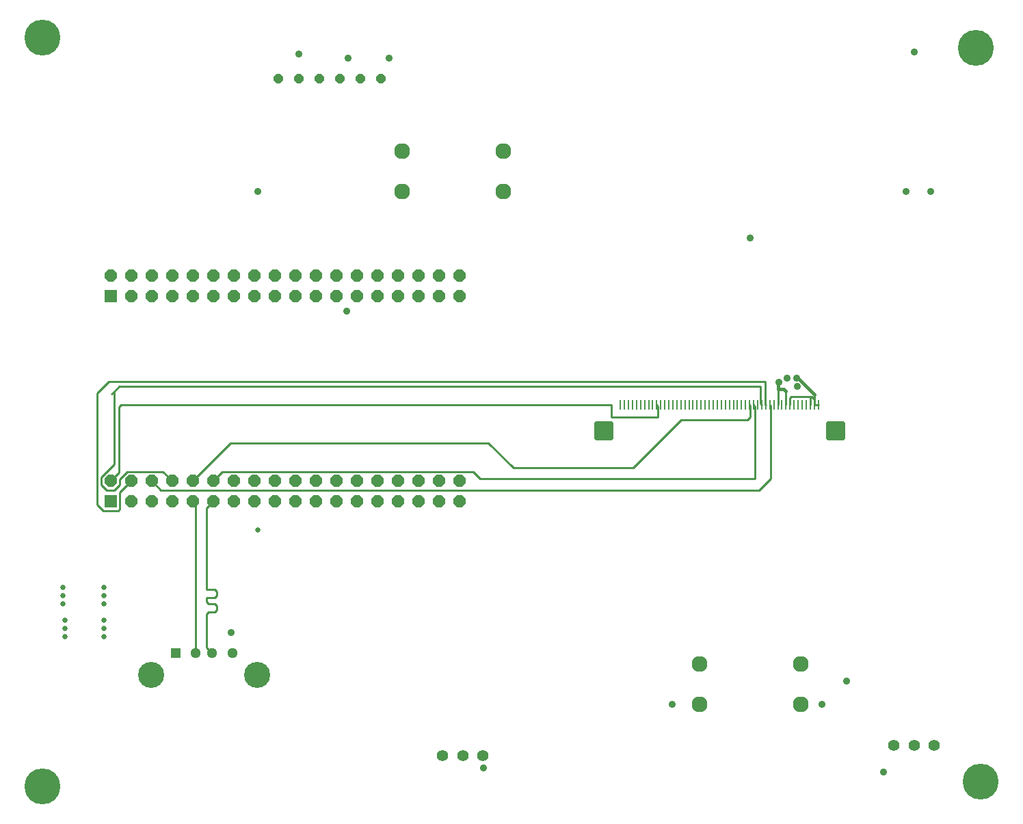
<source format=gbr>
G04 EAGLE Gerber RS-274X export*
G75*
%MOMM*%
%FSLAX34Y34*%
%LPD*%
%INBottom Copper*%
%IPPOS*%
%AMOC8*
5,1,8,0,0,1.08239X$1,22.5*%
G01*
%ADD10P,1.231672X8X22.500000*%
%ADD11C,1.400000*%
%ADD12C,1.960000*%
%ADD13R,1.524000X1.524000*%
%ADD14P,1.649562X8X22.500000*%
%ADD15R,1.288000X1.288000*%
%ADD16C,1.288000*%
%ADD17C,3.220000*%
%ADD18C,4.445000*%
%ADD19R,0.275000X1.200000*%
%ADD20C,0.600000*%
%ADD21C,0.254000*%
%ADD22C,0.654800*%
%ADD23C,0.914400*%
%ADD24C,0.381000*%


D10*
X330200Y914400D03*
X355600Y914400D03*
D11*
X1092600Y88900D03*
X1117600Y88900D03*
X1142600Y88900D03*
D12*
X608600Y825100D03*
X608600Y775100D03*
X483600Y775100D03*
X483600Y825100D03*
D13*
X122600Y390900D03*
D14*
X122600Y416300D03*
X148000Y390900D03*
X148000Y416300D03*
X173400Y390900D03*
X173400Y416300D03*
X198800Y390900D03*
X198800Y416300D03*
X224200Y390900D03*
X224200Y416300D03*
X249600Y390900D03*
X249600Y416300D03*
X275000Y390900D03*
X275000Y416300D03*
X300400Y390900D03*
X300400Y416300D03*
X325800Y390900D03*
X325800Y416300D03*
X351200Y390900D03*
X351200Y416300D03*
X376600Y390900D03*
X376600Y416300D03*
X402000Y390900D03*
X402000Y416300D03*
X427400Y390900D03*
X427400Y416300D03*
X452800Y390900D03*
X452800Y416300D03*
X478200Y390900D03*
X478200Y416300D03*
X503600Y390900D03*
X503600Y416300D03*
X529000Y390900D03*
X529000Y416300D03*
X554400Y390900D03*
X554400Y416300D03*
D13*
X122600Y644900D03*
D14*
X122600Y670300D03*
X148000Y644900D03*
X148000Y670300D03*
X173400Y644900D03*
X173400Y670300D03*
X198800Y644900D03*
X198800Y670300D03*
X224200Y644900D03*
X224200Y670300D03*
X249600Y644900D03*
X249600Y670300D03*
X275000Y644900D03*
X275000Y670300D03*
X300400Y644900D03*
X300400Y670300D03*
X325800Y644900D03*
X325800Y670300D03*
X351200Y644900D03*
X351200Y670300D03*
X376600Y644900D03*
X376600Y670300D03*
X402000Y644900D03*
X402000Y670300D03*
X427400Y644900D03*
X427400Y670300D03*
X452800Y644900D03*
X452800Y670300D03*
X478200Y644900D03*
X478200Y670300D03*
X503600Y644900D03*
X503600Y670300D03*
X529000Y644900D03*
X529000Y670300D03*
X554400Y644900D03*
X554400Y670300D03*
D10*
X381000Y914400D03*
X406400Y914400D03*
X431800Y914400D03*
X457200Y914400D03*
D11*
X533800Y76200D03*
X558800Y76200D03*
X583800Y76200D03*
D12*
X851900Y140100D03*
X851900Y190100D03*
X976900Y190100D03*
X976900Y140100D03*
D15*
X203200Y203200D03*
D16*
X228200Y203200D03*
X248200Y203200D03*
X273200Y203200D03*
D17*
X172500Y176100D03*
X303900Y176100D03*
D18*
X38100Y965200D03*
X38100Y38100D03*
X1200150Y44450D03*
X1193800Y952500D03*
D19*
X753800Y510300D03*
X758800Y510300D03*
X763800Y510300D03*
X768800Y510300D03*
X773800Y510300D03*
X778800Y510300D03*
X783800Y510300D03*
X788800Y510300D03*
X793800Y510300D03*
X798800Y510300D03*
X803800Y510300D03*
X808800Y510300D03*
X813800Y510300D03*
X818800Y510300D03*
X823800Y510300D03*
X828800Y510300D03*
X833800Y510300D03*
X838800Y510300D03*
X843800Y510300D03*
X848800Y510300D03*
X853800Y510300D03*
X858800Y510300D03*
X863800Y510300D03*
X868800Y510300D03*
X873800Y510300D03*
X878800Y510300D03*
X883800Y510300D03*
X888800Y510300D03*
X893800Y510300D03*
X898800Y510300D03*
X903800Y510300D03*
X908800Y510300D03*
X913800Y510300D03*
X918800Y510300D03*
X923800Y510300D03*
X928800Y510300D03*
X933800Y510300D03*
X938800Y510300D03*
X943800Y510300D03*
X948800Y510300D03*
X953800Y510300D03*
X958800Y510300D03*
X963800Y510300D03*
X968800Y510300D03*
X973800Y510300D03*
X978800Y510300D03*
X983800Y510300D03*
X988800Y510300D03*
X993800Y510300D03*
X998800Y510300D03*
D20*
X1010800Y487700D02*
X1028800Y487700D01*
X1028800Y469700D01*
X1010800Y469700D01*
X1010800Y487700D01*
X1010800Y475400D02*
X1028800Y475400D01*
X1028800Y481100D02*
X1010800Y481100D01*
X1010800Y486800D02*
X1028800Y486800D01*
X741800Y487700D02*
X723800Y487700D01*
X741800Y487700D02*
X741800Y469700D01*
X723800Y469700D01*
X723800Y487700D01*
X723800Y475400D02*
X741800Y475400D01*
X741800Y481100D02*
X723800Y481100D01*
X723800Y486800D02*
X741800Y486800D01*
D21*
X988800Y510300D02*
X988800Y518900D01*
X990600Y520700D01*
X965200Y520700D01*
X993800Y517500D02*
X993800Y510300D01*
X993800Y517500D02*
X990600Y520700D01*
X963800Y519300D02*
X963800Y510300D01*
X963800Y519300D02*
X963880Y519380D01*
D22*
X304800Y355600D03*
D21*
X993800Y510300D02*
X998800Y510300D01*
X965200Y520700D02*
X963880Y519380D01*
X963880Y519300D01*
X993800Y517500D02*
X993800Y523240D01*
D22*
X63500Y284480D03*
X63500Y274320D03*
X63500Y264160D03*
X114300Y284480D03*
X114300Y274320D03*
X114300Y264160D03*
D21*
X993800Y523240D02*
X993800Y523900D01*
D23*
X304800Y774700D03*
X416560Y939800D03*
X467360Y939800D03*
X355600Y944880D03*
X584200Y60960D03*
X271780Y228600D03*
X1079500Y55880D03*
X1137920Y774700D03*
X1107440Y774700D03*
X817880Y139700D03*
X1117600Y947420D03*
D24*
X973480Y543560D02*
X993800Y523240D01*
X973480Y543560D02*
X971804Y543560D01*
X970280Y543560D01*
D23*
X971804Y543560D03*
X972820Y533400D03*
X1003300Y139700D03*
D21*
X948800Y510300D02*
X948800Y529700D01*
X958800Y527100D02*
X958800Y510300D01*
D23*
X414700Y626700D03*
X914400Y717550D03*
X1033780Y168910D03*
D24*
X956200Y529700D02*
X948800Y529700D01*
X956200Y529700D02*
X958800Y527100D01*
X948800Y529700D02*
X948800Y537320D01*
X949960Y538480D01*
D23*
X949960Y538480D03*
X960120Y543560D03*
D22*
X66040Y243840D03*
X66040Y233680D03*
X66040Y223520D03*
X114300Y223520D03*
X114300Y233680D03*
X114300Y243840D03*
D21*
X228200Y203200D02*
X228200Y386900D01*
X224200Y390900D01*
X241300Y210100D02*
X248200Y203200D01*
X241300Y251460D02*
X243840Y254000D01*
X251460Y254000D02*
X254000Y256540D01*
X254000Y261620D01*
X251460Y264160D01*
X243840Y264160D01*
X241300Y266700D01*
X241300Y271780D01*
X251460Y271780D01*
X254000Y274320D01*
X254000Y279400D01*
X251460Y281940D01*
X241300Y281940D01*
X241300Y382600D01*
X249600Y390900D01*
X241300Y251460D02*
X241300Y210100D01*
X243840Y254000D02*
X251460Y254000D01*
X938800Y510300D02*
X939800Y509300D01*
X939800Y419100D01*
X925570Y404870D01*
X234950Y404870D01*
X232166Y404870D01*
X184830Y404870D01*
X173400Y416300D01*
X580465Y419100D02*
X920750Y419100D01*
X580465Y419100D02*
X571835Y427730D01*
X918800Y510300D02*
X920750Y508350D01*
X920750Y419100D01*
X261030Y427730D02*
X249600Y416300D01*
X261030Y427730D02*
X571835Y427730D01*
X933450Y510650D02*
X933800Y510300D01*
X933450Y510650D02*
X933450Y539750D01*
X120650Y539750D01*
X113402Y379470D02*
X131798Y379470D01*
X134030Y381702D01*
X134030Y402330D01*
X148000Y416300D01*
X106090Y386782D02*
X106090Y525190D01*
X106090Y386782D02*
X113402Y379470D01*
X106090Y525190D02*
X120650Y539750D01*
X135650Y510300D02*
X742950Y510300D01*
X135650Y510300D02*
X133350Y508000D01*
X133350Y427050D01*
X742950Y495300D02*
X800100Y495300D01*
X800100Y509000D02*
X798800Y510300D01*
X800100Y509000D02*
X800100Y495300D01*
X742950Y495300D02*
X742950Y510300D01*
X133350Y427050D02*
X122600Y416300D01*
X927100Y512000D02*
X928800Y510300D01*
X927100Y512000D02*
X927100Y533400D01*
X133350Y533400D01*
X127000Y527050D01*
X123870Y523920D01*
X111170Y421035D02*
X111170Y411566D01*
X117866Y404870D01*
X127335Y404870D01*
X134030Y411566D01*
X187370Y427730D02*
X198800Y416300D01*
X134030Y418495D02*
X134030Y411566D01*
X134030Y418495D02*
X143266Y427730D01*
X187370Y427730D01*
X127000Y436865D02*
X127000Y527050D01*
X127000Y436865D02*
X111170Y421035D01*
X769360Y432810D02*
X828675Y492125D01*
X913800Y510300D02*
X914400Y509700D01*
X914400Y495300D01*
X911225Y492125D01*
X828675Y492125D01*
X769360Y432810D02*
X621290Y432810D01*
X590550Y463550D01*
X271450Y463550D01*
X224200Y416300D01*
M02*

</source>
